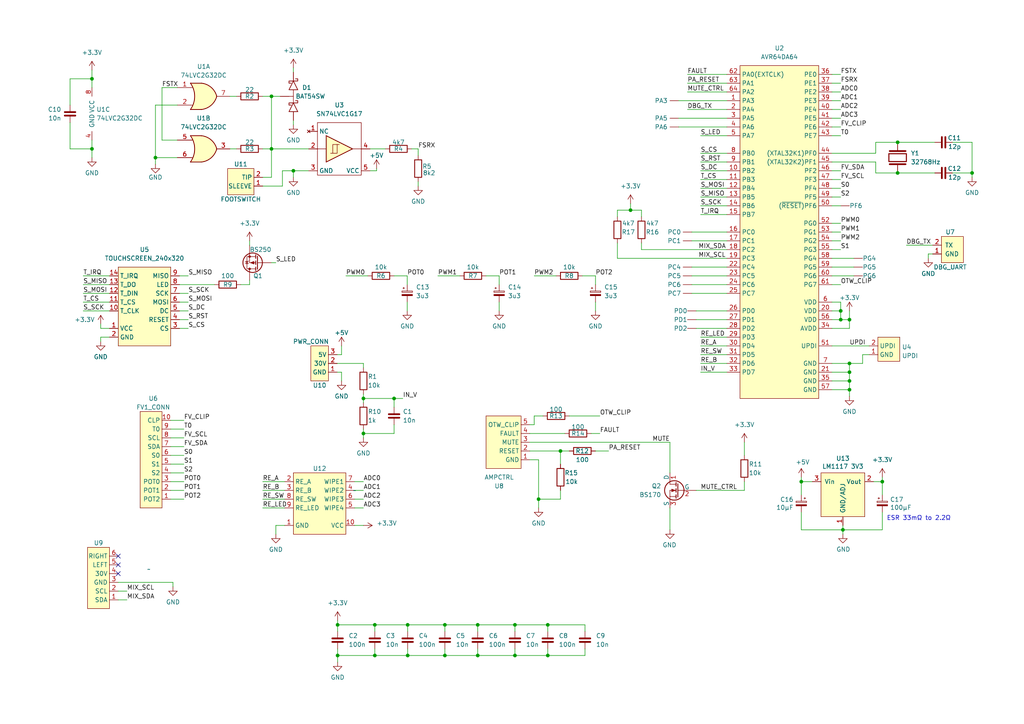
<source format=kicad_sch>
(kicad_sch (version 20230121) (generator eeschema)
  (paper "A4")
  (lib_symbols
    (symbol "myAmp:74LVC2G32DC" (pin_names (offset 1.016))
      (property "Reference" "U" (at 0 15.24 0))
      (property "Value" "74LVC2G32DC" (at 0 12.7 0))
      (symbol "74LVC2G32DC_1_1"
        (pin input line (at -7.62 2.54 0) (length 4.318) (name "~") (number "1"))
        (pin input line (at -7.62 -2.54 0) (length 4.318) (name "~") (number "2"))
        (pin output line (at 7.62 0 180) (length 3.81) (name "~") (number "7"))
      )
      (symbol "74LVC2G32DC_2_1"
        (pin output line (at 7.62 0 180) (length 3.81) (name "~") (number "3"))
        (pin input line (at -7.62 2.54 0) (length 4.318) (name "~") (number "5"))
        (pin input line (at -7.62 -2.54 0) (length 4.318) (name "~") (number "6"))
      )
      (symbol "74LVC2G32DC_3_0"
        (pin power_in line (at 0 -7.62 90) (length 2.54) (name "GND") (number "4"))
        (pin power_in line (at 0 7.62 270) (length 2.54) (name "VCC") (number "8"))
      )
    )
    (symbol "myAmp:AMPCTRL"
      (property "Reference" "U" (at 0 -11.43 0))
      (property "Value" "AMPCTRL" (at 0 6.35 0))
      (symbol "AMPCTRL_1_1"
        (pin input line (at 7.62 2.54 180) (length 2.54) (name "GND") (number "1"))
        (pin input line (at 7.62 0 180) (length 2.54) (name "RESET") (number "2"))
        (pin input line (at 7.62 -2.54 180) (length 2.54) (name "MUTE") (number "3"))
        (pin output line (at 7.62 -5.08 180) (length 2.54) (name "FAULT") (number "4"))
        (pin output line (at 7.62 -7.62 180) (length 2.54) (name "OTW_CLIP") (number "5"))
      )
    )
    (symbol "myAmp:AVR64DA64"
      (property "Reference" "U" (at 0 -49.53 0))
      (property "Value" "AVR64DA64" (at 0 49.53 0))
      (symbol "AVR64DA64_1_1"
        (pin bidirectional line (at -15.24 38.1 0) (length 3.81) (name "PA3") (number "1"))
        (pin bidirectional line (at -15.24 17.78 0) (length 3.81) (name "PB2") (number "10"))
        (pin bidirectional line (at -15.24 15.24 0) (length 3.81) (name "PB3") (number "11"))
        (pin bidirectional line (at -15.24 12.7 0) (length 3.81) (name "PB4") (number "12"))
        (pin bidirectional line (at -15.24 10.16 0) (length 3.81) (name "PB5") (number "13"))
        (pin bidirectional line (at -15.24 7.62 0) (length 3.81) (name "PB6") (number "14"))
        (pin bidirectional line (at -15.24 5.08 0) (length 3.81) (name "PB7") (number "15"))
        (pin bidirectional line (at -15.24 0 0) (length 3.81) (name "PC0") (number "16"))
        (pin bidirectional line (at -15.24 -2.54 0) (length 3.81) (name "PC1") (number "17"))
        (pin bidirectional line (at -15.24 -5.08 0) (length 3.81) (name "PC2") (number "18"))
        (pin bidirectional line (at -15.24 -7.62 0) (length 3.81) (name "PC3") (number "19"))
        (pin bidirectional line (at -15.24 35.56 0) (length 3.81) (name "PA4") (number "2"))
        (pin power_in line (at 15.24 -22.86 180) (length 3.81) (name "VDD") (number "20"))
        (pin power_in line (at 15.24 -40.64 180) (length 3.81) (name "GND") (number "21"))
        (pin bidirectional line (at -15.24 -10.16 0) (length 3.81) (name "PC4") (number "22"))
        (pin bidirectional line (at -15.24 -12.7 0) (length 3.81) (name "PC5") (number "23"))
        (pin bidirectional line (at -15.24 -15.24 0) (length 3.81) (name "PC6") (number "24"))
        (pin bidirectional line (at -15.24 -17.78 0) (length 3.81) (name "PC7") (number "25"))
        (pin bidirectional line (at -15.24 -22.86 0) (length 3.81) (name "PD0") (number "26"))
        (pin bidirectional line (at -15.24 -25.4 0) (length 3.81) (name "PD1") (number "27"))
        (pin bidirectional line (at -15.24 -27.94 0) (length 3.81) (name "PD2") (number "28"))
        (pin bidirectional line (at -15.24 -30.48 0) (length 3.81) (name "PD3") (number "29"))
        (pin bidirectional line (at -15.24 33.02 0) (length 3.81) (name "PA5") (number "3"))
        (pin bidirectional line (at -15.24 -33.02 0) (length 3.81) (name "PD4") (number "30"))
        (pin bidirectional line (at -15.24 -35.56 0) (length 3.81) (name "PD5") (number "31"))
        (pin bidirectional line (at -15.24 -38.1 0) (length 3.81) (name "PD6") (number "32"))
        (pin bidirectional line (at -15.24 -40.64 0) (length 3.81) (name "PD7") (number "33"))
        (pin power_in line (at 15.24 -27.94 180) (length 3.81) (name "AVDD") (number "34"))
        (pin power_in line (at 15.24 -43.18 180) (length 3.81) (name "GND") (number "35"))
        (pin bidirectional line (at 15.24 45.72 180) (length 3.81) (name "PE0") (number "36"))
        (pin bidirectional line (at 15.24 43.18 180) (length 3.81) (name "PE1") (number "37"))
        (pin bidirectional line (at 15.24 40.64 180) (length 3.81) (name "PE2") (number "38"))
        (pin bidirectional line (at 15.24 38.1 180) (length 3.81) (name "PE3") (number "39"))
        (pin bidirectional line (at -15.24 30.48 0) (length 3.81) (name "PA6") (number "4"))
        (pin bidirectional line (at 15.24 35.56 180) (length 3.81) (name "PE4") (number "40"))
        (pin bidirectional line (at 15.24 33.02 180) (length 3.81) (name "PE5") (number "41"))
        (pin bidirectional line (at 15.24 30.48 180) (length 3.81) (name "PE6") (number "42"))
        (pin bidirectional line (at 15.24 27.94 180) (length 3.81) (name "PE7") (number "43"))
        (pin bidirectional line (at 15.24 22.86 180) (length 3.81) (name "(XTAL32K1)PF0") (number "44"))
        (pin bidirectional line (at 15.24 20.32 180) (length 3.81) (name "(XTAL32K2)PF1") (number "45"))
        (pin bidirectional line (at 15.24 17.78 180) (length 3.81) (name "PF2") (number "46"))
        (pin bidirectional line (at 15.24 15.24 180) (length 3.81) (name "PF3") (number "47"))
        (pin bidirectional line (at 15.24 12.7 180) (length 3.81) (name "PF4") (number "48"))
        (pin bidirectional line (at 15.24 10.16 180) (length 3.81) (name "PF5") (number "49"))
        (pin bidirectional line (at -15.24 27.94 0) (length 3.81) (name "PA7") (number "5"))
        (pin bidirectional line (at 15.24 7.62 180) (length 3.81) (name "(~{RESET})PF6") (number "50"))
        (pin bidirectional line (at 15.24 -33.02 180) (length 3.81) (name "UPDI") (number "51"))
        (pin bidirectional line (at 15.24 2.54 180) (length 3.81) (name "PG0") (number "52"))
        (pin bidirectional line (at 15.24 0 180) (length 3.81) (name "PG1") (number "53"))
        (pin bidirectional line (at 15.24 -2.54 180) (length 3.81) (name "PG2") (number "54"))
        (pin bidirectional line (at 15.24 -5.08 180) (length 3.81) (name "PG3") (number "55"))
        (pin power_in line (at 15.24 -25.4 180) (length 3.81) (name "VDD") (number "56"))
        (pin power_in line (at 15.24 -45.72 180) (length 3.81) (name "GND") (number "57"))
        (pin bidirectional line (at 15.24 -7.62 180) (length 3.81) (name "PG4") (number "58"))
        (pin bidirectional line (at 15.24 -10.16 180) (length 3.81) (name "PG5") (number "59"))
        (pin power_in line (at 15.24 -20.32 180) (length 3.81) (name "VDD") (number "6"))
        (pin bidirectional line (at 15.24 -12.7 180) (length 3.81) (name "PG6") (number "60"))
        (pin bidirectional line (at 15.24 -15.24 180) (length 3.81) (name "PG7") (number "61"))
        (pin bidirectional line (at -15.24 45.72 0) (length 3.81) (name "PA0(EXTCLK)") (number "62"))
        (pin bidirectional line (at -15.24 43.18 0) (length 3.81) (name "PA1") (number "63"))
        (pin bidirectional line (at -15.24 40.64 0) (length 3.81) (name "PA2") (number "64"))
        (pin power_in line (at 15.24 -38.1 180) (length 3.81) (name "GND") (number "7"))
        (pin bidirectional line (at -15.24 22.86 0) (length 3.81) (name "PB0") (number "8"))
        (pin bidirectional line (at -15.24 20.32 0) (length 3.81) (name "PB1") (number "9"))
      )
    )
    (symbol "myAmp:BAT54SW" (pin_numbers hide) (pin_names hide)
      (property "Reference" "D" (at 0 11.43 0))
      (property "Value" "BAT54SW" (at 0 8.89 0))
      (symbol "BAT54SW_1_1"
        (pin passive line (at 0 -6.985 90) (length 2.54) (name "~") (number "1"))
        (pin passive line (at 0 6.985 270) (length 2.54) (name "~") (number "2"))
        (pin passive line (at -3.81 0 0) (length 2.54) (name "~") (number "3"))
      )
    )
    (symbol "myAmp:BS250" (pin_numbers hide) (pin_names (offset 0) hide)
      (property "Reference" "Q" (at 5.08 1.905 0))
      (property "Value" "BS250" (at 5.08 0 0))
      (property "Footprint" "myAmp:TO-92_Inline_Wide" (at 3.81 -7.62 0))
      (symbol "BS250_1_1"
        (pin passive line (at 2.54 5.08 270) (length 2.54) (name "D") (number "1"))
        (pin input line (at -3.81 0 0) (length 2.54) (name "G") (number "2"))
        (pin passive line (at 2.54 -5.08 90) (length 2.54) (name "S") (number "3"))
      )
    )
    (symbol "myAmp:C" (pin_numbers hide) (pin_names (offset 0.254))
      (property "Reference" "C" (at 0.635 2.54 0))
      (property "Value" "C" (at 0.635 -2.54 0))
      (symbol "C_1_1"
        (pin passive line (at 0 2.54 270) (length 1.778) (name "~") (number "1"))
        (pin passive line (at 0 -2.54 90) (length 1.778) (name "~") (number "2"))
      )
    )
    (symbol "myAmp:CPOL" (pin_numbers hide) (pin_names (offset 0.254) hide)
      (property "Reference" "C" (at 0.254 1.778 0))
      (property "Value" "CPOL" (at 0.254 -2.032 0))
      (symbol "CPOL_1_1"
        (pin passive line (at 0 2.54 270) (length 1.8542) (name "~") (number "1"))
        (pin passive line (at 0 -2.54 90) (length 1.8542) (name "~") (number "2"))
      )
    )
    (symbol "myAmp:DBG_UART" (pin_names (offset 1.016))
      (property "Reference" "U" (at 0 -5.08 0))
      (property "Value" "DBG_UART" (at 0 5.08 0))
      (symbol "DBG_UART_1_1"
        (pin passive line (at -5.08 1.27 0) (length 2.54) (name "GND") (number "1"))
        (pin output line (at -5.08 -1.27 0) (length 2.54) (name "TX") (number "2"))
      )
    )
    (symbol "myAmp:EXT_JACK"
      (property "Reference" "U" (at 0 5.08 0))
      (symbol "EXT_JACK_1_1"
        (pin input line (at 5.08 -1.27 180) (length 2.54) (name "SLEEVE") (number "1"))
        (pin input line (at 5.08 1.27 180) (length 2.54) (name "TIP") (number "2"))
      )
    )
    (symbol "myAmp:FV1_CONN"
      (property "Reference" "U" (at 0 15.24 0))
      (property "Value" "FV1_CONN" (at 0 17.78 0))
      (symbol "FV1_CONN_1_1"
        (pin input line (at -5.08 -11.43 0) (length 2.54) (name "POT2") (number "1"))
        (pin input line (at -5.08 11.43 0) (length 2.54) (name "CLP") (number "10"))
        (pin input line (at -5.08 -8.89 0) (length 2.54) (name "POT1") (number "2"))
        (pin input line (at -5.08 -6.35 0) (length 2.54) (name "POT0") (number "3"))
        (pin input line (at -5.08 -3.81 0) (length 2.54) (name "S2") (number "4"))
        (pin input line (at -5.08 -1.27 0) (length 2.54) (name "S1") (number "5"))
        (pin input line (at -5.08 1.27 0) (length 2.54) (name "S0") (number "6"))
        (pin input line (at -5.08 3.81 0) (length 2.54) (name "SDA") (number "7"))
        (pin input line (at -5.08 6.35 0) (length 2.54) (name "SCL") (number "8"))
        (pin input line (at -5.08 8.89 0) (length 2.54) (name "T0") (number "9"))
      )
    )
    (symbol "myAmp:KNOBS"
      (property "Reference" "U" (at 0 11.43 0))
      (symbol "KNOBS_1_1"
        (pin input line (at -10.16 -5.08 0) (length 2.54) (name "GND") (number "1"))
        (pin input line (at 10.16 -5.08 180) (length 2.54) (name "VCC") (number "10"))
        (pin input line (at -10.16 7.62 0) (length 2.54) (name "RE_A") (number "2"))
        (pin input line (at -10.16 5.08 0) (length 2.54) (name "RE_B") (number "3"))
        (pin input line (at 10.16 5.08 180) (length 2.54) (name "WIPE2") (number "4"))
        (pin input line (at 10.16 0 180) (length 2.54) (name "WIPE4") (number "5"))
        (pin input line (at 10.16 2.54 180) (length 2.54) (name "WIPE3") (number "6"))
        (pin input line (at 10.16 7.62 180) (length 2.54) (name "WIPE1") (number "7"))
        (pin input line (at -10.16 2.54 0) (length 2.54) (name "RE_SW") (number "8"))
        (pin input line (at -10.16 0 0) (length 2.54) (name "RE_LED") (number "9"))
      )
    )
    (symbol "myAmp:LM1117" (pin_names (offset 1.016))
      (property "Reference" "U" (at 5.08 -7.62 0))
      (property "Value" "LM1117" (at 0 7.62 0))
      (symbol "LM1117_1_1"
        (pin input line (at 0 -8.89 90) (length 2.54) (name "GND/ADJ") (number "1"))
        (pin output line (at 8.89 3.81 180) (length 2.54) (name "Vout") (number "2"))
        (pin input line (at -8.89 3.81 0) (length 2.54) (name "Vin") (number "3"))
      )
    )
    (symbol "myAmp:NMOS" (pin_names (offset 0))
      (property "Reference" "Q" (at 7.62 1.27 0))
      (property "Value" "NMOS" (at 10.16 -1.27 0))
      (symbol "NMOS_1_1"
        (pin passive line (at 2.54 5.08 270) (length 2.54) (name "D") (number "1"))
        (pin input line (at -5.08 0 0) (length 5.334) (name "G") (number "2"))
        (pin passive line (at 2.54 -5.08 90) (length 2.54) (name "S") (number "3"))
      )
    )
    (symbol "myAmp:PREAMP_CONN"
      (property "Reference" "U" (at 0 10.16 0))
      (symbol "PREAMP_CONN_1_1"
        (pin input line (at 5.08 -6.35 180) (length 2.54) (name "SDA") (number "1"))
        (pin input line (at 5.08 -3.81 180) (length 2.54) (name "SCL") (number "2"))
        (pin input line (at 5.08 -1.27 180) (length 2.54) (name "GND") (number "3"))
        (pin input line (at 5.08 1.27 180) (length 2.54) (name "30V") (number "4"))
        (pin input line (at 5.08 3.81 180) (length 2.54) (name "LEFT") (number "5"))
        (pin input line (at 5.08 6.35 180) (length 2.54) (name "RIGHT") (number "6"))
      )
    )
    (symbol "myAmp:PWR_CONN"
      (property "Reference" "U" (at -1.27 6.35 0))
      (property "Value" "PWR_CONN" (at -1.27 -6.35 0))
      (symbol "PWR_CONN_1_1"
        (pin passive line (at 3.81 2.54 180) (length 2.54) (name "GND") (number "1"))
        (pin passive line (at 3.81 0 180) (length 2.54) (name "30V") (number "2"))
        (pin passive line (at 3.81 -2.54 180) (length 2.54) (name "5V") (number "3"))
      )
    )
    (symbol "myAmp:QUARTZ" (pin_numbers hide) (pin_names (offset 1.016) hide)
      (property "Reference" "Y" (at 0 3.81 0))
      (property "Value" "QUARTZ" (at 0 -3.81 0))
      (symbol "QUARTZ_1_1"
        (pin passive line (at -3.81 0 0) (length 1.905) (name "1") (number "1"))
        (pin passive line (at 3.81 0 180) (length 1.905) (name "2") (number "2"))
      )
    )
    (symbol "myAmp:R" (pin_numbers hide) (pin_names (offset 0))
      (property "Reference" "R" (at 2.032 0 90))
      (property "Value" "R" (at 0 0 90))
      (symbol "R_1_1"
        (pin passive line (at 0 3.81 270) (length 1.27) (name "~") (number "1"))
        (pin passive line (at 0 -3.81 90) (length 1.27) (name "~") (number "2"))
      )
    )
    (symbol "myAmp:SN74LVC1G17"
      (property "Reference" "U" (at 0 11.43 0))
      (property "Value" "SN74LVC1G17" (at 0 8.89 0))
      (symbol "SN74LVC1G17_1_0"
        (pin no_connect line (at -8.89 5.08 0) (length 2.54) (name "NC") (number "1"))
        (pin input line (at -8.89 0 0) (length 2.54) (name "~") (number "2"))
        (pin input line (at -8.89 -6.35 0) (length 2.54) (name "GND") (number "3"))
        (pin output line (at 8.89 0 180) (length 2.54) (name "~") (number "4"))
        (pin input line (at 8.89 -6.35 180) (length 2.54) (name "VCC") (number "5"))
      )
    )
    (symbol "myAmp:TEST" (pin_numbers hide) (pin_names (offset 1.016))
      (property "Value" "TEST" (at 2.54 0 0))
      (symbol "TEST_1_1"
        (pin input line (at -2.54 0 0) (length 2.54) (name "~") (number "1"))
      )
    )
    (symbol "myAmp:TOUCHSCREEN_240x320"
      (property "Reference" "U" (at 0 8.89 0))
      (property "Value" "TOUCHSCREEN_240x320" (at 0 11.43 0))
      (symbol "TOUCHSCREEN_240x320_1_1"
        (pin input line (at -10.16 -10.16 0) (length 2.54) (name "VCC") (number "1"))
        (pin input line (at -10.16 -5.08 0) (length 2.54) (name "T_CLK") (number "10"))
        (pin input line (at -10.16 -2.54 0) (length 2.54) (name "T_CS") (number "11"))
        (pin input line (at -10.16 0 0) (length 2.54) (name "T_DIN") (number "12"))
        (pin output line (at -10.16 2.54 0) (length 2.54) (name "T_DO") (number "13"))
        (pin output line (at -10.16 5.08 0) (length 2.54) (name "T_IRQ") (number "14"))
        (pin input line (at -10.16 -12.7 0) (length 2.54) (name "GND") (number "2"))
        (pin input line (at 10.16 -10.16 180) (length 2.54) (name "CS") (number "3"))
        (pin input line (at 10.16 -7.62 180) (length 2.54) (name "RESET") (number "4"))
        (pin input line (at 10.16 -5.08 180) (length 2.54) (name "DC") (number "5"))
        (pin input line (at 10.16 -2.54 180) (length 2.54) (name "MOSI") (number "6"))
        (pin input line (at 10.16 0 180) (length 2.54) (name "SCK") (number "7"))
        (pin input line (at 10.16 2.54 180) (length 2.54) (name "LED") (number "8"))
        (pin output line (at 10.16 5.08 180) (length 2.54) (name "MISO") (number "9"))
      )
    )
    (symbol "myAmp:UPDI"
      (property "Reference" "U" (at 0.635 -5.08 0))
      (property "Value" "UPDI" (at 0.635 5.08 0))
      (symbol "UPDI_1_1"
        (pin input line (at -5.08 -1.27 0) (length 2.54) (name "GND") (number "1"))
        (pin input line (at -5.08 1.27 0) (length 2.54) (name "UPDI") (number "2"))
      )
    )
    (symbol "power:+3.3V" (power) (pin_names (offset 0))
      (property "Value" "+3.3V" (at 0 3.556 0))
      (symbol "+3.3V_1_1"
        (pin power_in line (at 0 0 90) (length 0) hide (name "+3.3V") (number "1"))
      )
    )
    (symbol "power:+5V" (power) (pin_names (offset 0))
      (property "Value" "+5V" (at 0 3.556 0))
      (symbol "+5V_1_1"
        (pin power_in line (at 0 0 90) (length 0) hide (name "+5V") (number "1"))
      )
    )
    (symbol "power:GND" (power) (pin_names (offset 0))
      (property "Value" "GND" (at 0 -3.81 0))
      (symbol "GND_1_1"
        (pin power_in line (at 0 0 270) (length 0) hide (name "GND") (number "1"))
      )
    )
  )
  (junction (at 97.917 181.229))
  (junction (at 260.35 50.165))
  (junction (at 255.905 139.7))
  (junction (at 118.237 181.229))
  (junction (at 158.877 181.229))
  (junction (at 246.38 92.71))
  (junction (at 158.877 190.119))
  (junction (at 105.41 125.73))
  (junction (at 78.74 43.18))
  (junction (at 108.712 181.229))
  (junction (at 129.032 181.229))
  (junction (at 182.88 60.96))
  (junction (at 246.38 110.49))
  (junction (at 246.38 113.03))
  (junction (at 244.475 153.67))
  (junction (at 138.557 181.229))
  (junction (at 138.557 190.119))
  (junction (at 246.38 107.95))
  (junction (at 114.3 115.57))
  (junction (at 232.41 139.7))
  (junction (at 85.09 49.53))
  (junction (at 45.085 45.72))
  (junction (at 129.032 190.119))
  (junction (at 246.38 105.41))
  (junction (at 156.21 144.78))
  (junction (at 243.84 92.71))
  (junction (at 243.84 90.17))
  (junction (at 162.56 130.81))
  (junction (at 26.67 43.18))
  (junction (at 118.237 190.119))
  (junction (at 97.917 190.119))
  (junction (at 260.35 41.275))
  (junction (at 78.74 27.94))
  (junction (at 26.67 22.86))
  (junction (at 108.712 190.119))
  (junction (at 149.352 190.119))
  (junction (at 281.94 50.165))
  (junction (at 105.41 115.57))
  (junction (at 149.352 181.229))
  (no_connect (at 34.29 161.29))
  (no_connect (at 34.29 166.37))
  (no_connect (at 34.29 163.83))
  (wire (pts (xy 179.07 74.93) (xy 179.07 70.485)))
  (wire (pts (xy 200.66 85.09) (xy 210.82 85.09)))
  (wire (pts (xy 81.915 53.975) (xy 81.915 49.53)))
  (wire (pts (xy 100.33 80.01) (xy 106.68 80.01)))
  (wire (pts (xy 199.39 21.59) (xy 210.82 21.59)))
  (wire (pts (xy 24.13 85.09) (xy 31.75 85.09)))
  (wire (pts (xy 203.2 46.99) (xy 210.82 46.99)))
  (wire (pts (xy 97.917 190.119) (xy 97.917 192.024)))
  (wire (pts (xy 156.21 144.78) (xy 156.21 147.32)))
  (wire (pts (xy 153.67 125.73) (xy 163.83 125.73)))
  (wire (pts (xy 194.31 128.27) (xy 194.31 137.16)))
  (wire (pts (xy 200.66 69.85) (xy 210.82 69.85)))
  (wire (pts (xy 241.3 34.29) (xy 243.84 34.29)))
  (wire (pts (xy 203.2 54.61) (xy 210.82 54.61)))
  (wire (pts (xy 76.2 139.7) (xy 82.55 139.7)))
  (wire (pts (xy 199.39 31.75) (xy 210.82 31.75)))
  (wire (pts (xy 26.67 22.86) (xy 26.67 25.4)))
  (wire (pts (xy 269.24 73.66) (xy 269.24 74.93)))
  (wire (pts (xy 203.2 44.45) (xy 210.82 44.45)))
  (wire (pts (xy 97.917 181.229) (xy 97.917 183.134)))
  (wire (pts (xy 241.3 54.61) (xy 243.84 54.61)))
  (wire (pts (xy 156.21 133.35) (xy 156.21 144.78)))
  (wire (pts (xy 203.2 62.23) (xy 210.82 62.23)))
  (wire (pts (xy 49.53 124.46) (xy 53.34 124.46)))
  (wire (pts (xy 241.3 72.39) (xy 243.84 72.39)))
  (wire (pts (xy 203.2 39.37) (xy 210.82 39.37)))
  (wire (pts (xy 276.225 41.275) (xy 281.94 41.275)))
  (wire (pts (xy 46.99 25.4) (xy 46.99 40.64)))
  (wire (pts (xy 232.41 153.67) (xy 244.475 153.67)))
  (wire (pts (xy 203.2 59.69) (xy 210.82 59.69)))
  (wire (pts (xy 105.41 115.57) (xy 105.41 116.84)))
  (wire (pts (xy 52.07 90.17) (xy 54.61 90.17)))
  (wire (pts (xy 34.29 171.45) (xy 36.83 171.45)))
  (wire (pts (xy 281.94 50.165) (xy 281.94 51.435)))
  (wire (pts (xy 215.9 139.7) (xy 215.9 142.24)))
  (wire (pts (xy 24.13 87.63) (xy 31.75 87.63)))
  (wire (pts (xy 52.07 95.25) (xy 54.61 95.25)))
  (wire (pts (xy 243.84 92.71) (xy 246.38 92.71)))
  (wire (pts (xy 105.41 125.73) (xy 105.41 127)))
  (wire (pts (xy 26.67 20.32) (xy 26.67 22.86)))
  (wire (pts (xy 31.75 95.25) (xy 29.21 95.25)))
  (wire (pts (xy 241.3 77.47) (xy 247.65 77.47)))
  (wire (pts (xy 179.07 74.93) (xy 210.82 74.93)))
  (wire (pts (xy 199.39 24.13) (xy 210.82 24.13)))
  (wire (pts (xy 168.91 80.01) (xy 172.72 80.01)))
  (wire (pts (xy 255.905 153.67) (xy 244.475 153.67)))
  (wire (pts (xy 108.712 181.229) (xy 108.712 183.134)))
  (wire (pts (xy 154.94 123.19) (xy 154.94 120.65)))
  (wire (pts (xy 80.01 152.4) (xy 80.01 154.94)))
  (wire (pts (xy 72.39 69.85) (xy 72.39 71.12)))
  (wire (pts (xy 97.79 105.41) (xy 105.41 105.41)))
  (wire (pts (xy 260.35 41.275) (xy 260.35 41.91)))
  (wire (pts (xy 186.055 60.96) (xy 186.055 62.865)))
  (wire (pts (xy 203.2 100.33) (xy 210.82 100.33)))
  (wire (pts (xy 99.06 100.33) (xy 99.06 102.87)))
  (wire (pts (xy 105.41 124.46) (xy 105.41 125.73)))
  (wire (pts (xy 52.07 82.55) (xy 62.23 82.55)))
  (wire (pts (xy 200.66 80.01) (xy 210.82 80.01)))
  (wire (pts (xy 52.07 85.09) (xy 54.61 85.09)))
  (wire (pts (xy 241.3 74.93) (xy 247.65 74.93)))
  (wire (pts (xy 69.85 82.55) (xy 72.39 82.55)))
  (wire (pts (xy 24.13 90.17) (xy 31.75 90.17)))
  (wire (pts (xy 85.09 49.53) (xy 89.535 49.53)))
  (wire (pts (xy 179.07 62.865) (xy 179.07 60.96)))
  (wire (pts (xy 49.53 134.62) (xy 53.34 134.62)))
  (wire (pts (xy 76.2 53.975) (xy 81.915 53.975)))
  (wire (pts (xy 108.712 188.214) (xy 108.712 190.119)))
  (wire (pts (xy 241.3 59.69) (xy 243.84 59.69)))
  (wire (pts (xy 138.557 181.229) (xy 149.352 181.229)))
  (wire (pts (xy 97.917 179.959) (xy 97.917 181.229)))
  (wire (pts (xy 154.94 80.01) (xy 161.29 80.01)))
  (wire (pts (xy 235.585 139.7) (xy 232.41 139.7)))
  (wire (pts (xy 244.475 152.4) (xy 244.475 153.67)))
  (wire (pts (xy 29.21 95.25) (xy 29.21 93.98)))
  (wire (pts (xy 99.06 107.95) (xy 99.06 110.49)))
  (wire (pts (xy 158.877 188.214) (xy 158.877 190.119)))
  (wire (pts (xy 49.53 132.08) (xy 53.34 132.08)))
  (wire (pts (xy 49.53 137.16) (xy 53.34 137.16)))
  (wire (pts (xy 203.2 52.07) (xy 210.82 52.07)))
  (wire (pts (xy 78.74 43.18) (xy 89.535 43.18)))
  (wire (pts (xy 26.67 40.64) (xy 26.67 43.18)))
  (wire (pts (xy 49.53 121.92) (xy 53.34 121.92)))
  (wire (pts (xy 76.2 144.78) (xy 82.55 144.78)))
  (wire (pts (xy 241.3 90.17) (xy 243.84 90.17)))
  (wire (pts (xy 50.165 168.91) (xy 50.165 170.18)))
  (wire (pts (xy 182.88 60.96) (xy 186.055 60.96)))
  (wire (pts (xy 72.39 82.55) (xy 72.39 81.28)))
  (wire (pts (xy 153.67 130.81) (xy 162.56 130.81)))
  (wire (pts (xy 107.315 43.18) (xy 111.76 43.18)))
  (wire (pts (xy 255.905 138.43) (xy 255.905 139.7)))
  (wire (pts (xy 51.435 45.72) (xy 45.085 45.72)))
  (wire (pts (xy 129.032 181.229) (xy 129.032 183.134)))
  (wire (pts (xy 254 41.275) (xy 260.35 41.275)))
  (wire (pts (xy 203.2 107.95) (xy 210.82 107.95)))
  (wire (pts (xy 246.38 113.03) (xy 246.38 114.935)))
  (wire (pts (xy 270.51 73.66) (xy 269.24 73.66)))
  (wire (pts (xy 138.557 188.214) (xy 138.557 190.119)))
  (wire (pts (xy 172.72 130.81) (xy 176.53 130.81)))
  (wire (pts (xy 78.74 27.94) (xy 78.74 43.18)))
  (wire (pts (xy 26.67 43.18) (xy 26.67 45.72)))
  (wire (pts (xy 78.74 27.94) (xy 81.28 27.94)))
  (wire (pts (xy 99.06 102.87) (xy 97.79 102.87)))
  (wire (pts (xy 45.085 45.72) (xy 45.085 47.625)))
  (wire (pts (xy 76.2 142.24) (xy 82.55 142.24)))
  (wire (pts (xy 114.3 125.73) (xy 105.41 125.73)))
  (wire (pts (xy 241.3 44.45) (xy 254 44.45)))
  (wire (pts (xy 154.94 120.65) (xy 157.48 120.65)))
  (wire (pts (xy 78.74 76.2) (xy 80.01 76.2)))
  (wire (pts (xy 118.11 87.63) (xy 118.11 90.17)))
  (wire (pts (xy 76.2 43.18) (xy 78.74 43.18)))
  (wire (pts (xy 149.352 181.229) (xy 149.352 183.134)))
  (wire (pts (xy 241.3 69.85) (xy 243.84 69.85)))
  (wire (pts (xy 138.557 181.229) (xy 138.557 183.134)))
  (wire (pts (xy 158.877 181.229) (xy 158.877 183.134)))
  (wire (pts (xy 108.712 181.229) (xy 118.237 181.229)))
  (wire (pts (xy 49.53 129.54) (xy 53.34 129.54)))
  (wire (pts (xy 102.87 144.78) (xy 105.41 144.78)))
  (wire (pts (xy 140.97 80.01) (xy 144.78 80.01)))
  (wire (pts (xy 243.84 87.63) (xy 243.84 90.17)))
  (wire (pts (xy 105.41 105.41) (xy 105.41 106.68)))
  (wire (pts (xy 246.38 105.41) (xy 246.38 107.95)))
  (wire (pts (xy 85.09 19.685) (xy 85.09 20.955)))
  (wire (pts (xy 241.3 110.49) (xy 246.38 110.49)))
  (wire (pts (xy 260.35 50.165) (xy 260.35 49.53)))
  (wire (pts (xy 172.72 87.63) (xy 172.72 90.17)))
  (wire (pts (xy 109.22 49.53) (xy 109.22 48.895)))
  (wire (pts (xy 241.3 87.63) (xy 243.84 87.63)))
  (wire (pts (xy 260.35 50.165) (xy 271.145 50.165)))
  (wire (pts (xy 281.94 50.165) (xy 276.225 50.165)))
  (wire (pts (xy 254 46.99) (xy 254 50.165)))
  (wire (pts (xy 179.07 60.96) (xy 182.88 60.96)))
  (wire (pts (xy 241.3 105.41) (xy 246.38 105.41)))
  (wire (pts (xy 241.3 67.31) (xy 243.84 67.31)))
  (wire (pts (xy 85.09 49.53) (xy 85.09 51.435)))
  (wire (pts (xy 169.672 181.229) (xy 169.672 183.134)))
  (wire (pts (xy 201.93 92.71) (xy 210.82 92.71)))
  (wire (pts (xy 200.66 82.55) (xy 210.82 82.55)))
  (wire (pts (xy 97.917 188.214) (xy 97.917 190.119)))
  (wire (pts (xy 138.557 190.119) (xy 149.352 190.119)))
  (wire (pts (xy 215.9 142.24) (xy 201.93 142.24)))
  (wire (pts (xy 203.2 105.41) (xy 210.82 105.41)))
  (wire (pts (xy 250.19 105.41) (xy 246.38 105.41)))
  (wire (pts (xy 49.53 139.7) (xy 53.34 139.7)))
  (wire (pts (xy 196.85 29.21) (xy 210.82 29.21)))
  (wire (pts (xy 241.3 21.59) (xy 243.84 21.59)))
  (wire (pts (xy 114.3 115.57) (xy 116.84 115.57)))
  (wire (pts (xy 45.085 45.72) (xy 45.085 30.48)))
  (wire (pts (xy 241.3 57.15) (xy 243.84 57.15)))
  (wire (pts (xy 24.13 82.55) (xy 31.75 82.55)))
  (wire (pts (xy 241.3 46.99) (xy 254 46.99)))
  (wire (pts (xy 254 50.165) (xy 260.35 50.165)))
  (wire (pts (xy 244.475 153.67) (xy 244.475 154.94)))
  (wire (pts (xy 158.877 181.229) (xy 169.672 181.229)))
  (wire (pts (xy 46.99 40.64) (xy 51.435 40.64)))
  (wire (pts (xy 241.3 36.83) (xy 243.84 36.83)))
  (wire (pts (xy 118.237 188.214) (xy 118.237 190.119)))
  (wire (pts (xy 232.41 148.59) (xy 232.41 153.67)))
  (wire (pts (xy 241.3 80.01) (xy 247.65 80.01)))
  (wire (pts (xy 254 44.45) (xy 254 41.275)))
  (wire (pts (xy 165.1 120.65) (xy 173.99 120.65)))
  (wire (pts (xy 241.3 52.07) (xy 243.84 52.07)))
  (wire (pts (xy 201.93 95.25) (xy 210.82 95.25)))
  (wire (pts (xy 246.38 95.25) (xy 246.38 92.71)))
  (wire (pts (xy 97.917 190.119) (xy 108.712 190.119)))
  (wire (pts (xy 241.3 29.21) (xy 243.84 29.21)))
  (wire (pts (xy 66.675 43.18) (xy 68.58 43.18)))
  (wire (pts (xy 114.3 115.57) (xy 114.3 118.11)))
  (wire (pts (xy 200.66 67.31) (xy 210.82 67.31)))
  (wire (pts (xy 144.78 80.01) (xy 144.78 82.55)))
  (wire (pts (xy 162.56 144.78) (xy 156.21 144.78)))
  (wire (pts (xy 76.2 147.32) (xy 82.55 147.32)))
  (wire (pts (xy 34.29 173.99) (xy 36.83 173.99)))
  (wire (pts (xy 241.3 64.77) (xy 243.84 64.77)))
  (wire (pts (xy 241.3 113.03) (xy 246.38 113.03)))
  (wire (pts (xy 162.56 130.81) (xy 162.56 134.62)))
  (wire (pts (xy 241.3 95.25) (xy 246.38 95.25)))
  (wire (pts (xy 199.39 26.67) (xy 210.82 26.67)))
  (wire (pts (xy 20.32 30.48) (xy 20.32 22.86)))
  (wire (pts (xy 105.41 114.3) (xy 105.41 115.57)))
  (wire (pts (xy 82.55 152.4) (xy 80.01 152.4)))
  (wire (pts (xy 158.877 190.119) (xy 169.672 190.119)))
  (wire (pts (xy 241.3 26.67) (xy 243.84 26.67)))
  (wire (pts (xy 49.53 142.24) (xy 53.34 142.24)))
  (wire (pts (xy 255.905 139.7) (xy 255.905 143.51)))
  (wire (pts (xy 118.237 181.229) (xy 129.032 181.229)))
  (wire (pts (xy 66.675 27.94) (xy 68.58 27.94)))
  (wire (pts (xy 97.79 107.95) (xy 99.06 107.95)))
  (wire (pts (xy 102.87 139.7) (xy 105.41 139.7)))
  (wire (pts (xy 121.285 52.705) (xy 121.285 53.975)))
  (wire (pts (xy 78.74 51.435) (xy 78.74 43.18)))
  (wire (pts (xy 97.917 181.229) (xy 108.712 181.229)))
  (wire (pts (xy 246.38 107.95) (xy 246.38 110.49)))
  (wire (pts (xy 52.07 80.01) (xy 54.61 80.01)))
  (wire (pts (xy 52.07 87.63) (xy 54.61 87.63)))
  (wire (pts (xy 105.41 152.4) (xy 102.87 152.4)))
  (wire (pts (xy 201.93 90.17) (xy 210.82 90.17)))
  (wire (pts (xy 129.032 190.119) (xy 138.557 190.119)))
  (wire (pts (xy 203.2 97.79) (xy 210.82 97.79)))
  (wire (pts (xy 49.53 127) (xy 53.34 127)))
  (wire (pts (xy 149.352 190.119) (xy 158.877 190.119)))
  (wire (pts (xy 121.285 43.18) (xy 121.285 45.085)))
  (wire (pts (xy 118.11 80.01) (xy 118.11 82.55)))
  (wire (pts (xy 20.32 35.56) (xy 20.32 43.18)))
  (wire (pts (xy 182.88 59.055) (xy 182.88 60.96)))
  (wire (pts (xy 118.237 181.229) (xy 118.237 183.134)))
  (wire (pts (xy 119.38 43.18) (xy 121.285 43.18)))
  (wire (pts (xy 76.2 27.94) (xy 78.74 27.94)))
  (wire (pts (xy 232.41 138.43) (xy 232.41 139.7)))
  (wire (pts (xy 107.315 49.53) (xy 109.22 49.53)))
  (wire (pts (xy 260.35 41.275) (xy 271.145 41.275)))
  (wire (pts (xy 51.435 25.4) (xy 46.99 25.4)))
  (wire (pts (xy 241.3 107.95) (xy 246.38 107.95)))
  (wire (pts (xy 255.905 148.59) (xy 255.905 153.67)))
  (wire (pts (xy 31.75 97.79) (xy 29.21 97.79)))
  (wire (pts (xy 241.3 24.13) (xy 243.84 24.13)))
  (wire (pts (xy 232.41 139.7) (xy 232.41 143.51)))
  (wire (pts (xy 203.2 49.53) (xy 210.82 49.53)))
  (wire (pts (xy 52.07 92.71) (xy 54.61 92.71)))
  (wire (pts (xy 246.38 90.17) (xy 246.38 92.71)))
  (wire (pts (xy 127 80.01) (xy 133.35 80.01)))
  (wire (pts (xy 153.67 128.27) (xy 194.31 128.27)))
  (wire (pts (xy 172.72 80.01) (xy 172.72 82.55)))
  (wire (pts (xy 108.712 190.119) (xy 118.237 190.119)))
  (wire (pts (xy 186.055 72.39) (xy 186.055 70.485)))
  (wire (pts (xy 241.3 31.75) (xy 243.84 31.75)))
  (wire (pts (xy 246.38 110.49) (xy 246.38 113.03)))
  (wire (pts (xy 45.085 30.48) (xy 51.435 30.48)))
  (wire (pts (xy 186.055 72.39) (xy 210.82 72.39)))
  (wire (pts (xy 144.78 87.63) (xy 144.78 90.17)))
  (wire (pts (xy 81.915 49.53) (xy 85.09 49.53)))
  (wire (pts (xy 241.3 39.37) (xy 243.84 39.37)))
  (wire (pts (xy 171.45 125.73) (xy 173.99 125.73)))
  (wire (pts (xy 253.365 139.7) (xy 255.905 139.7)))
  (wire (pts (xy 250.19 102.87) (xy 250.19 105.41)))
  (wire (pts (xy 76.2 51.435) (xy 78.74 51.435)))
  (wire (pts (xy 85.09 34.925) (xy 85.09 36.195)))
  (wire (pts (xy 149.352 181.229) (xy 158.877 181.229)))
  (wire (pts (xy 200.66 77.47) (xy 210.82 77.47)))
  (wire (pts (xy 262.89 71.12) (xy 270.51 71.12)))
  (wire (pts (xy 20.32 22.86) (xy 26.67 22.86)))
  (wire (pts (xy 243.84 90.17) (xy 243.84 92.71)))
  (wire (pts (xy 241.3 82.55) (xy 243.84 82.55)))
  (wire (pts (xy 102.87 147.32) (xy 105.41 147.32)))
  (wire (pts (xy 169.672 188.214) (xy 169.672 190.119)))
  (wire (pts (xy 215.9 128.27) (xy 215.9 132.08)))
  (wire (pts (xy 281.94 41.275) (xy 281.94 50.165)))
  (wire (pts (xy 153.67 123.19) (xy 154.94 123.19)))
  (wire (pts (xy 29.21 97.79) (xy 29.21 99.06)))
  (wire (pts (xy 194.31 147.32) (xy 194.31 153.67)))
  (wire (pts (xy 252.095 102.87) (xy 250.19 102.87)))
  (wire (pts (xy 203.2 57.15) (xy 210.82 57.15)))
  (wire (pts (xy 129.032 181.229) (xy 138.557 181.229)))
  (wire (pts (xy 49.53 144.78) (xy 53.34 144.78)))
  (wire (pts (xy 34.29 168.91) (xy 50.165 168.91)))
  (wire (pts (xy 149.352 188.214) (xy 149.352 190.119)))
  (wire (pts (xy 102.87 142.24) (xy 105.41 142.24)))
  (wire (pts (xy 118.237 190.119) (xy 129.032 190.119)))
  (wire (pts (xy 114.3 80.01) (xy 118.11 80.01)))
  (wire (pts (xy 105.41 115.57) (xy 114.3 115.57)))
  (wire (pts (xy 162.56 142.24) (xy 162.56 144.78)))
  (wire (pts (xy 114.3 123.19) (xy 114.3 125.73)))
  (wire (pts (xy 241.3 92.71) (xy 243.84 92.71)))
  (wire (pts (xy 196.85 34.29) (xy 210.82 34.29)))
  (wire (pts (xy 129.032 188.214) (xy 129.032 190.119)))
  (wire (pts (xy 24.13 80.01) (xy 31.75 80.01)))
  (wire (pts (xy 196.85 36.83) (xy 210.82 36.83)))
  (wire (pts (xy 241.3 100.33) (xy 252.095 100.33)))
  (wire (pts (xy 162.56 130.81) (xy 165.1 130.81)))
  (wire (pts (xy 153.67 133.35) (xy 156.21 133.35)))
  (wire (pts (xy 241.3 49.53) (xy 243.84 49.53)))
  (wire (pts (xy 203.2 102.87) (xy 210.82 102.87)))
  (wire (pts (xy 20.32 43.18) (xy 26.67 43.18)))
  (text "ESR 33mΩ to 2.2Ω" (at 257.175 151.13 0) (effects (font (size 1.27 1.27)) (justify left bottom)))
  (label "T0" (at 243.84 39.37 0))
  (label "FV_SCL" (at 243.84 52.07 0))
  (label "RE_A" (at 76.2 139.7 0))
  (label "FSTX" (at 243.84 21.59 0))
  (label "S_RST" (at 203.2 46.99 0))
  (label "POT0" (at 118.11 80.01 0))
  (label "PWM0" (at 100.33 80.01 0))
  (label "FSRX" (at 243.84 24.13 0))
  (label "S_SCK" (at 24.13 90.17 0))
  (label "T_IRQ" (at 203.2 62.23 0))
  (label "RE_LED" (at 76.2 147.32 0))
  (label "FV_CLIP" (at 243.84 36.83 0))
  (label "S2" (at 53.34 137.16 0))
  (label "RE_LED" (at 203.2 97.79 0))
  (label "PA_RESET" (at 176.53 130.81 0))
  (label "ADC2" (at 105.41 144.78 0))
  (label "POT1" (at 53.34 142.24 0))
  (label "POT2" (at 172.72 80.01 0))
  (label "MUTE_CTRL" (at 203.2 142.24 0))
  (label "MIX_SDA" (at 202.565 72.39 0))
  (label "S_RST" (at 54.61 92.71 0))
  (label "PWM2" (at 243.84 69.85 0))
  (label "S_MOSI" (at 54.61 87.63 0))
  (label "FV_SDA" (at 53.34 129.54 0))
  (label "FV_CLIP" (at 53.34 121.92 0))
  (label "T_CS" (at 203.2 52.07 0))
  (label "S_CS" (at 54.61 95.25 0))
  (label "POT0" (at 53.34 139.7 0))
  (label "ADC2" (at 243.84 31.75 0))
  (label "ADC3" (at 243.84 34.29 0))
  (label "T_CS" (at 24.13 87.63 0))
  (label "PWM1" (at 127 80.01 0))
  (label "DBG_TX" (at 262.89 71.12 0))
  (label "MIX_SDA" (at 36.83 173.99 0))
  (label "PA_RESET" (at 199.39 24.13 0))
  (label "UPDI" (at 246.38 100.33 0))
  (label "OTW_CLIP" (at 173.99 120.65 0))
  (label "ADC1" (at 105.41 142.24 0))
  (label "S_DC" (at 203.2 49.53 0))
  (label "FSTX" (at 46.99 25.4 0))
  (label "RE_SW" (at 203.2 102.87 0))
  (label "ADC0" (at 105.41 139.7 0))
  (label "PWM2" (at 154.94 80.01 0))
  (label "MIX_SCL" (at 36.83 171.45 0))
  (label "MIX_SCL" (at 202.565 74.93 0))
  (label "POT1" (at 144.78 80.01 0))
  (label "T_IRQ" (at 24.13 80.01 0))
  (label "DBG_TX" (at 199.39 31.75 0))
  (label "RE_B" (at 203.2 105.41 0))
  (label "S0" (at 53.34 132.08 0))
  (label "S2" (at 243.84 57.15 0))
  (label "S_DC" (at 54.61 90.17 0))
  (label "MUTE_CTRL" (at 199.39 26.67 0))
  (label "RE_A" (at 203.2 100.33 0))
  (label "S1" (at 243.84 72.39 0))
  (label "IN_V" (at 203.2 107.95 0))
  (label "PWM1" (at 243.84 67.31 0))
  (label "S_SCK" (at 54.61 85.09 0))
  (label "S_MOSI" (at 203.2 54.61 0))
  (label "OTW_CLIP" (at 243.84 82.55 0))
  (label "ADC1" (at 243.84 29.21 0))
  (label "FV_SDA" (at 243.84 49.53 0))
  (label "S_CS" (at 203.2 44.45 0))
  (label "MUTE" (at 194.31 128.27 180))
  (label "S_SCK" (at 203.2 59.69 0))
  (label "S_LED" (at 80.01 76.2 0))
  (label "T0" (at 53.34 124.46 0))
  (label "S_MISO" (at 24.13 82.55 0))
  (label "RE_SW" (at 76.2 144.78 0))
  (label "S_MOSI" (at 24.13 85.09 0))
  (label "S_LED" (at 203.2 39.37 0))
  (label "FV_SCL" (at 53.34 127 0))
  (label "IN_V" (at 116.84 115.57 0))
  (label "ADC3" (at 105.41 147.32 0))
  (label "FAULT" (at 173.99 125.73 0))
  (label "FSRX" (at 121.285 43.18 0))
  (label "FAULT" (at 199.39 21.59 0))
  (label "S_MISO" (at 203.2 57.15 0))
  (label "S_MISO" (at 54.61 80.01 0))
  (label "POT2" (at 53.34 144.78 0))
  (label "S0" (at 243.84 54.61 0))
  (label "S1" (at 53.34 134.62 0))
  (label "ADC0" (at 243.84 26.67 0))
  (label "PWM0" (at 243.84 64.77 0))
  (label "RE_B" (at 76.2 142.24 0))
  (symbol (lib_id "power:GND") (at 99.06 110.49 0) (unit 1)
    (property "Reference" "#PWR010" (effects hide))
    (property "Value" "GND" (at 99.06 114.935 0))
  )
  (symbol (lib_id "myAmp:CPOL") (at 232.41 146.05 0) (mirror y) (unit 1)
    (property "Reference" "C16" (at 230.1748 144.8816 0) (effects (justify left)))
    (property "Value" "10µF" (at 230.1748 147.193 0) (effects (justify left)))
    (property "Footprint" "myAmp:CPOL_D4_P1.5" (effects hide))
  )
  (symbol (lib_id "myAmp:TEST") (at 250.19 77.47 0) (unit 1)
    (property "Reference" "T6" (effects hide))
    (property "Value" "PG5" (at 250.19 77.47 0) (effects (justify left)))
    (property "Footprint" "myAmp:TestPad" (effects hide))
  )
  (symbol (lib_id "power:+3.3V") (at 182.88 59.055 0) (unit 1)
    (property "Reference" "#PWR020" (effects hide))
    (property "Value" "+3.3V" (at 182.88 53.975 0))
  )
  (symbol (lib_id "myAmp:74LVC2G32DC") (at 26.67 33.02 0) (unit 3)
    (property "Reference" "U1" (at 27.94 31.7499 0) (effects (justify left)))
    (property "Value" "74LVC2G32DC" (at 27.94 34.2899 0) (effects (justify left)))
    (property "Footprint" "myAmp:VSSOP-8_2.4x2.1mm_P0.5mm" (effects hide))
    (property "Datasheet" "https://assets.nexperia.com/documents/data-sheet/74LVC2G32.pdf" (effects hide))
  )
  (symbol (lib_id "myAmp:R") (at 137.16 80.01 90) (unit 1)
    (property "Reference" "R7" (at 137.16 80.01 90))
    (property "Value" "10k" (at 137.16 77.47 90))
    (property "Footprint" "myAmp:R_10MM" (effects hide))
  )
  (symbol (lib_id "myAmp:AMPCTRL") (at 146.05 130.81 0) (mirror x) (unit 1)
    (property "Reference" "U8" (at 144.78 140.97 0))
    (property "Value" "AMPCTRL" (at 144.78 138.43 0))
    (property "Footprint" "myAmp:AMPCTRL" (effects hide))
  )
  (symbol (lib_id "myAmp:TEST") (at 198.12 67.31 180) (unit 1)
    (property "Reference" "T4" (effects hide))
    (property "Value" "PC0" (at 195.58 67.31 0))
    (property "Footprint" "myAmp:TestPad" (effects hide))
  )
  (symbol (lib_id "myAmp:C") (at 158.877 185.674 0) (unit 1)
    (property "Reference" "C8" (at 162.052 184.4039 0) (effects (justify left)))
    (property "Value" "100n" (at 162.052 186.9439 0) (effects (justify left)))
    (property "Footprint" "myAmp:C_1206" (effects hide))
  )
  (symbol (lib_id "myAmp:PREAMP_CONN") (at 29.21 167.64 0) (unit 1)
    (property "Reference" "U9" (at 28.575 157.48 0))
    (property "Value" "~" (at 43.18 165.1 0))
    (property "Footprint" "myAmp:PREAMP_CONN" (effects hide))
  )
  (symbol (lib_id "myAmp:TEST") (at 199.39 90.17 180) (unit 1)
    (property "Reference" "T11" (effects hide))
    (property "Value" "PD0" (at 199.39 90.17 0) (effects (justify left)))
    (property "Footprint" "myAmp:TestPad" (effects hide))
  )
  (symbol (lib_id "myAmp:R") (at 66.04 82.55 90) (unit 1)
    (property "Reference" "R9" (at 66.04 82.55 90))
    (property "Value" "100" (at 66.04 80.01 90))
    (property "Footprint" "myAmp:R_10MM" (effects hide))
  )
  (symbol (lib_id "myAmp:BAT54SW") (at 85.09 27.94 0) (unit 1)
    (property "Reference" "D1" (at 87.63 25.4 0) (effects (justify left)))
    (property "Value" "BAT54SW" (at 85.725 27.94 0) (effects (justify left)))
    (property "Footprint" "myAmp:SOT-23" (effects hide))
  )
  (symbol (lib_id "power:GND") (at 85.09 36.195 0) (unit 1)
    (property "Reference" "#PWR0104" (effects hide))
    (property "Value" "GND" (at 85.09 40.64 0))
  )
  (symbol (lib_id "power:GND") (at 244.475 154.94 0) (unit 1)
    (property "Reference" "#PWR019" (effects hide))
    (property "Value" "GND" (at 244.602 159.3342 0))
  )
  (symbol (lib_id "myAmp:TEST") (at 194.31 34.29 180) (unit 1)
    (property "Reference" "T9" (effects hide))
    (property "Value" "PA5" (at 191.77 34.29 0))
    (property "Footprint" "myAmp:TestPad" (effects hide))
  )
  (symbol (lib_id "myAmp:FV1_CONN") (at 44.45 133.35 0) (mirror y) (unit 1)
    (property "Reference" "U6" (at 44.45 115.57 0))
    (property "Value" "FV1_CONN" (at 44.45 118.11 0))
    (property "Footprint" "myAmp:FV1_CONN" (effects hide))
  )
  (symbol (lib_id "power:+3.3V") (at 255.905 138.43 0) (unit 1)
    (property "Reference" "#PWR018" (effects hide))
    (property "Value" "+3.3V" (at 255.905 133.35 0))
  )
  (symbol (lib_id "myAmp:TEST") (at 246.38 59.69 0) (unit 1)
    (property "Reference" "T8" (effects hide))
    (property "Value" "PF6" (at 246.38 59.69 0) (effects (justify left)))
    (property "Footprint" "myAmp:TestPad" (effects hide))
  )
  (symbol (lib_id "power:+3.3V") (at 97.917 179.959 0) (unit 1)
    (property "Reference" "#PWR05" (effects hide))
    (property "Value" "+3.3V" (at 97.917 174.879 0))
  )
  (symbol (lib_id "myAmp:74LVC2G32DC") (at 59.055 27.94 0) (unit 1)
    (property "Reference" "U1" (at 59.055 19.304 0))
    (property "Value" "74LVC2G32DC" (at 59.055 21.844 0))
    (property "Footprint" "myAmp:VSSOP-8_2.4x2.1mm_P0.5mm" (effects hide))
    (property "Datasheet" "https://assets.nexperia.com/documents/data-sheet/74LVC2G32.pdf" (effects hide))
  )
  (symbol (lib_id "myAmp:TEST") (at 194.31 29.21 180) (unit 1)
    (property "Reference" "T1" (effects hide))
    (property "Value" "PA3" (at 191.77 29.21 0))
    (property "Footprint" "myAmp:TestPad" (effects hide))
  )
  (symbol (lib_id "power:GND") (at 281.94 51.435 0) (unit 1)
    (property "Reference" "#PWR0109" (effects hide))
    (property "Value" "GND" (at 281.94 55.88 0))
  )
  (symbol (lib_id "myAmp:R") (at 161.29 120.65 90) (unit 1)
    (property "Reference" "R13" (at 163.195 120.65 90) (effects (justify left)))
    (property "Value" "100" (at 163.195 118.745 90) (effects (justify left)))
    (property "Footprint" "myAmp:R_10MM" (effects hide))
  )
  (symbol (lib_id "myAmp:R") (at 162.56 138.43 180) (unit 1)
    (property "Reference" "R15" (at 167.64 137.16 0) (effects (justify left)))
    (property "Value" "10k" (at 167.64 139.7 0) (effects (justify left)))
    (property "Footprint" "myAmp:R_10MM" (effects hide))
  )
  (symbol (lib_id "power:GND") (at 50.165 170.18 0) (unit 1)
    (property "Reference" "#PWR015" (effects hide))
    (property "Value" "GND" (at 50.165 174.625 0))
  )
  (symbol (lib_id "myAmp:C") (at 114.3 120.65 0) (unit 1)
    (property "Reference" "C1" (at 116.84 119.38 0) (effects (justify left)))
    (property "Value" "10n" (at 116.84 121.92 0) (effects (justify left)))
    (property "Footprint" "myAmp:C_1206" (effects hide))
  )
  (symbol (lib_id "power:GND") (at 105.41 127 0) (unit 1)
    (property "Reference" "#PWR02" (effects hide))
    (property "Value" "GND" (at 105.41 131.445 0))
  )
  (symbol (lib_id "myAmp:UPDI") (at 257.175 101.6 0) (unit 1)
    (property "Reference" "U4" (at 261.62 100.6475 0) (effects (justify left)))
    (property "Value" "UPDI" (at 261.62 103.1875 0) (effects (justify left)))
    (property "Footprint" "myAmp:UDPI" (effects hide))
  )
  (symbol (lib_id "power:+5V") (at 109.22 48.895 0) (unit 1)
    (property "Reference" "#PWR0108" (effects hide))
    (property "Value" "+5V" (at 109.22 45.085 0))
  )
  (symbol (lib_id "power:GND") (at 172.72 90.17 0) (unit 1)
    (property "Reference" "#PWR09" (effects hide))
    (property "Value" "GND" (at 172.72 94.615 0))
  )
  (symbol (lib_id "myAmp:TEST") (at 198.12 85.09 180) (unit 1)
    (property "Reference" "T12" (effects hide))
    (property "Value" "PC7" (at 195.58 85.09 0))
    (property "Footprint" "myAmp:TestPad" (effects hide))
  )
  (symbol (lib_id "myAmp:R") (at 110.49 80.01 90) (unit 1)
    (property "Reference" "R6" (at 110.49 80.01 90))
    (property "Value" "10k" (at 110.49 77.47 90))
    (property "Footprint" "myAmp:R_10MM" (effects hide))
  )
  (symbol (lib_id "power:GND") (at 45.085 47.625 0) (unit 1)
    (property "Reference" "#PWR0101" (effects hide))
    (property "Value" "GND" (at 45.085 51.435 0))
  )
  (symbol (lib_id "myAmp:AVR64DA64") (at 226.06 67.31 0) (unit 1)
    (property "Reference" "U2" (at 226.06 13.97 0))
    (property "Value" "AVR64DA64" (at 226.06 16.51 0))
    (property "Footprint" "myAmp:TQFP-64_10x10mm_P0.5mm" (effects hide))
  )
  (symbol (lib_id "myAmp:C") (at 108.712 185.674 0) (unit 1)
    (property "Reference" "C3" (at 111.887 184.4039 0) (effects (justify left)))
    (property "Value" "10n" (at 111.887 186.9439 0) (effects (justify left)))
    (property "Footprint" "myAmp:C_1206" (effects hide))
  )
  (symbol (lib_id "power:+3.3V") (at 26.67 20.32 0) (unit 1)
    (property "Reference" "#PWR0103" (effects hide))
    (property "Value" "+3.3V" (at 26.67 15.24 0))
  )
  (symbol (lib_id "myAmp:R") (at 215.9 135.89 180) (unit 1)
    (property "Reference" "R11" (at 217.17 134.62 0) (effects (justify right)))
    (property "Value" "10k" (at 217.17 137.16 0) (effects (justify right)))
    (property "Footprint" "myAmp:R_10MM" (effects hide))
  )
  (symbol (lib_id "power:+5V") (at 99.06 100.33 0) (unit 1)
    (property "Reference" "#PWR01" (effects hide))
    (property "Value" "+5V" (at 99.06 96.52 0))
  )
  (symbol (lib_id "myAmp:R") (at 167.64 125.73 90) (unit 1)
    (property "Reference" "R14" (at 167.64 125.73 90))
    (property "Value" "100" (at 169.545 123.825 90) (effects (justify left)))
    (property "Footprint" "myAmp:R_10MM" (effects hide))
  )
  (symbol (lib_id "myAmp:QUARTZ") (at 260.35 45.72 270) (unit 1)
    (property "Reference" "Y1" (at 264.16 44.4499 90) (effects (justify left)))
    (property "Value" "32768Hz" (at 264.16 46.9899 90) (effects (justify left)))
    (property "Footprint" "myAmp:QUARTZ_85SMX" (effects hide))
  )
  (symbol (lib_id "myAmp:C") (at 20.32 33.02 0) (mirror y) (unit 1)
    (property "Reference" "C10" (at 17.78 31.75 0) (effects (justify left)))
    (property "Value" "10n" (at 17.78 34.29 0) (effects (justify left)))
    (property "Footprint" "myAmp:C_1206" (effects hide))
  )
  (symbol (lib_id "myAmp:EXT_JACK") (at 71.12 52.705 0) (unit 1)
    (property "Reference" "U11" (at 69.85 47.625 0))
    (property "Value" "FOOTSWITCH" (at 69.85 57.785 0))
    (property "Footprint" "myAmp:EXT_JACK" (effects hide))
  )
  (symbol (lib_id "power:+3.3V") (at 72.39 69.85 0) (unit 1)
    (property "Reference" "#PWR0114" (effects hide))
    (property "Value" "+3.3V" (at 72.39 64.77 0))
  )
  (symbol (lib_id "power:+3.3V") (at 246.38 90.17 0) (unit 1)
    (property "Reference" "#PWR03" (effects hide))
    (property "Value" "+3.3V" (at 246.38 86.36 0))
  )
  (symbol (lib_id "power:GND") (at 269.24 74.93 0) (unit 1)
    (property "Reference" "#PWR0110" (effects hide))
    (property "Value" "GND" (at 269.24 79.375 0))
  )
  (symbol (lib_id "power:+3.3V") (at 215.9 128.27 0) (mirror y) (unit 1)
    (property "Reference" "#PWR011" (effects hide))
    (property "Value" "+3.3V" (at 215.9 123.19 0))
  )
  (symbol (lib_id "power:+5V") (at 232.41 138.43 0) (unit 1)
    (property "Reference" "#PWR016" (effects hide))
    (property "Value" "+5V" (at 232.791 134.0358 0))
  )
  (symbol (lib_id "power:GND") (at 118.11 90.17 0) (unit 1)
    (property "Reference" "#PWR07" (effects hide))
    (property "Value" "GND" (at 118.11 94.615 0))
  )
  (symbol (lib_id "myAmp:C") (at 97.917 185.674 0) (unit 1)
    (property "Reference" "C2" (at 101.092 184.4039 0) (effects (justify left)))
    (property "Value" "100n" (at 101.092 186.9439 0) (effects (justify left)))
    (property "Footprint" "myAmp:C_1206" (effects hide))
  )
  (symbol (lib_id "myAmp:C") (at 273.685 41.275 90) (unit 1)
    (property "Reference" "C11" (at 278.765 40.005 90) (effects (justify left)))
    (property "Value" "12p" (at 278.765 42.545 90) (effects (justify left)))
    (property "Footprint" "myAmp:C_1206" (effects hide))
  )
  (symbol (lib_id "myAmp:TEST") (at 199.39 95.25 180) (unit 1)
    (property "Reference" "T2" (effects hide))
    (property "Value" "PD2" (at 199.39 95.25 0) (effects (justify left)))
    (property "Footprint" "myAmp:TestPad" (effects hide))
  )
  (symbol (lib_id "myAmp:NMOS") (at 196.85 142.24 0) (mirror y) (unit 1)
    (property "Reference" "Q2" (at 191.77 140.9699 0) (effects (justify left)))
    (property "Value" "BS170" (at 191.77 143.5099 0) (effects (justify left)))
    (property "Footprint" "myAmp:TO-92_Inline_Wide" (effects hide))
  )
  (symbol (lib_id "myAmp:R") (at 72.39 27.94 90) (unit 1)
    (property "Reference" "R2" (at 72.39 27.94 90))
    (property "Value" "22" (at 72.39 26.035 90))
    (property "Footprint" "myAmp:R_10MM" (effects hide))
  )
  (symbol (lib_id "myAmp:R") (at 168.91 130.81 90) (unit 1)
    (property "Reference" "R12" (at 170.815 130.81 90) (effects (justify left)))
    (property "Value" "100" (at 168.91 133.35 90))
    (property "Footprint" "myAmp:R_10MM" (effects hide))
  )
  (symbol (lib_id "myAmp:R") (at 105.41 110.49 0) (unit 1)
    (property "Reference" "R1" (at 106.68 109.22 0) (effects (justify left)))
    (property "Value" "10k" (at 106.68 111.76 0) (effects (justify left)))
    (property "Footprint" "myAmp:R_10MM" (effects hide))
  )
  (symbol (lib_id "myAmp:CPOL") (at 118.11 85.09 0) (unit 1)
    (property "Reference" "C13" (at 120.65 83.2738 0) (effects (justify left)))
    (property "Value" "3u3" (at 120.65 85.8138 0) (effects (justify left)))
    (property "Footprint" "myAmp:CPOL_D4_P1.5" (effects hide))
  )
  (symbol (lib_id "power:GND") (at 121.285 53.975 0) (unit 1)
    (property "Reference" "#PWR0107" (effects hide))
    (property "Value" "GND" (at 121.285 58.42 0))
  )
  (symbol (lib_id "myAmp:TEST") (at 198.12 82.55 180) (unit 1)
    (property "Reference" "T16" (effects hide))
    (property "Value" "PC6" (at 195.58 82.55 0))
    (property "Footprint" "myAmp:TestPad" (effects hide))
  )
  (symbol (lib_id "myAmp:SN74LVC1G17") (at 98.425 43.18 0) (unit 1)
    (property "Reference" "U3" (at 98.425 30.48 0))
    (property "Value" "SN74LVC1G17" (at 98.425 33.02 0))
    (property "Footprint" "myAmp:SOT-23-5" (effects hide))
  )
  (symbol (lib_id "myAmp:C") (at 138.557 185.674 0) (unit 1)
    (property "Reference" "C6" (at 141.732 184.4039 0) (effects (justify left)))
    (property "Value" "100n" (at 141.732 186.9439 0) (effects (justify left)))
    (property "Footprint" "myAmp:C_1206" (effects hide))
  )
  (symbol (lib_id "power:GND") (at 246.38 114.935 0) (unit 1)
    (property "Reference" "#PWR04" (effects hide))
    (property "Value" "GND" (at 246.38 119.38 0))
  )
  (symbol (lib_id "myAmp:DBG_UART") (at 275.59 72.39 0) (mirror x) (unit 1)
    (property "Reference" "U7" (at 275.59 67.31 0))
    (property "Value" "DBG_UART" (at 275.59 77.47 0))
    (property "Footprint" "myAmp:DBG_UART" (effects hide))
  )
  (symbol (lib_id "myAmp:TEST") (at 199.39 92.71 180) (unit 1)
    (property "Reference" "T10" (effects hide))
    (property "Value" "PD1" (at 199.39 92.71 0) (effects (justify left)))
    (property "Footprint" "myAmp:TestPad" (effects hide))
  )
  (symbol (lib_id "myAmp:C") (at 118.237 185.674 0) (unit 1)
    (property "Reference" "C4" (at 121.412 184.4039 0) (effects (justify left)))
    (property "Value" "100n" (at 121.412 186.9439 0) (effects (justify left)))
    (property "Footprint" "myAmp:C_1206" (effects hide))
  )
  (symbol (lib_id "myAmp:LM1117") (at 244.475 143.51 0) (unit 1)
    (property "Reference" "U13" (at 244.475 132.969 0))
    (property "Value" "LM1117 3V3" (at 244.475 135.2804 0))
    (property "Footprint" "myAmp:SOT-223" (effects hide))
  )
  (symbol (lib_id "myAmp:PWR_CONN") (at 93.98 105.41 0) (mirror x) (unit 1)
    (property "Reference" "U10" (at 92.71 111.76 0))
    (property "Value" "PWR_CONN" (at 90.17 99.06 0))
    (property "Footprint" "myAmp:PWR_CONN" (effects hide))
  )
  (symbol (lib_id "myAmp:R") (at 105.41 120.65 0) (unit 1)
    (property "Reference" "R10" (at 106.68 119.38 0) (effects (justify left)))
    (property "Value" "1k" (at 106.68 121.92 0) (effects (justify left)))
    (property "Footprint" "myAmp:R_10MM" (effects hide))
  )
  (symbol (lib_id "myAmp:C") (at 169.672 185.674 0) (unit 1)
    (property "Reference" "C9" (at 172.847 184.4039 0) (effects (justify left)))
    (property "Value" "10n" (at 172.847 186.9439 0) (effects (justify left)))
    (property "Footprint" "myAmp:C_1206" (effects hide))
  )
  (symbol (lib_id "power:GND") (at 80.01 154.94 0) (unit 1)
    (property "Reference" "#PWR013" (effects hide))
    (property "Value" "GND" (at 80.01 159.385 0))
  )
  (symbol (lib_id "myAmp:R") (at 72.39 43.18 90) (unit 1)
    (property "Reference" "R3" (at 72.39 43.18 90))
    (property "Value" "22" (at 72.39 41.275 90))
    (property "Footprint" "myAmp:R_10MM" (effects hide))
  )
  (symbol (lib_id "myAmp:TOUCHSCREEN_240x320") (at 41.91 85.09 0) (unit 1)
    (property "Reference" "U5" (at 41.91 72.39 0))
    (property "Value" "TOUCHSCREEN_240x320" (at 41.91 74.93 0))
    (property "Footprint" "myAmp:TOUCHSCREEN_2.8" (effects hide))
  )
  (symbol (lib_id "myAmp:R") (at 179.07 66.675 180) (unit 1)
    (property "Reference" "R17" (at 182.245 67.31 0))
    (property "Value" "4k7" (at 182.245 64.77 0))
    (property "Footprint" "myAmp:R_10MM" (effects hide))
  )
  (symbol (lib_id "power:GND") (at 85.09 51.435 0) (unit 1)
    (property "Reference" "#PWR0105" (effects hide))
    (property "Value" "GND" (at 85.09 55.88 0))
  )
  (symbol (lib_id "myAmp:TEST") (at 198.12 80.01 180) (unit 1)
    (property "Reference" "T15" (effects hide))
    (property "Value" "PC5" (at 195.58 80.01 0))
    (property "Footprint" "myAmp:TestPad" (effects hide))
  )
  (symbol (lib_id "power:GND") (at 156.21 147.32 0) (unit 1)
    (property "Reference" "#PWR012" (effects hide))
    (property "Value" "GND" (at 156.21 151.765 0))
  )
  (symbol (lib_id "power:+3.3V") (at 105.41 152.4 270) (unit 1)
    (property "Reference" "#PWR014" (effects hide))
    (property "Value" "+3.3V" (at 109.22 151.765 90) (effects (justify left)))
  )
  (symbol (lib_id "power:+3.3V") (at 85.09 19.685 0) (unit 1)
    (property "Reference" "#PWR0106" (effects hide))
    (property "Value" "+3.3V" (at 85.09 14.605 0))
  )
  (symbol (lib_id "myAmp:74LVC2G32DC") (at 59.055 43.18 0) (unit 2)
    (property "Reference" "U1" (at 59.055 34.29 0))
    (property "Value" "74LVC2G32DC" (at 59.055 36.83 0))
    (property "Footprint" "myAmp:VSSOP-8_2.4x2.1mm_P0.5mm" (effects hide))
    (property "Datasheet" "https://assets.nexperia.com/documents/data-sheet/74LVC2G32.pdf" (effects hide))
  )
  (symbol (lib_id "myAmp:TEST") (at 194.31 36.83 180) (unit 1)
    (property "Reference" "T3" (effects hide))
    (property "Value" "PA6" (at 191.77 36.83 0))
    (property "Footprint" "myAmp:TestPad" (effects hide))
  )
  (symbol (lib_id "myAmp:R") (at 121.285 48.895 0) (unit 1)
    (property "Reference" "R5" (at 123.825 48.26 0))
    (property "Value" "8k2" (at 124.46 50.165 0))
    (property "Footprint" "myAmp:R_10MM" (effects hide))
  )
  (symbol (lib_id "power:GND") (at 194.31 153.67 0) (mirror y) (unit 1)
    (property "Reference" "#PWR017" (effects hide))
    (property "Value" "GND" (at 194.183 158.0642 0))
  )
  (symbol (lib_id "myAmp:C") (at 129.032 185.674 0) (unit 1)
    (property "Reference" "C5" (at 132.207 184.4039 0) (effects (justify left)))
    (property "Value" "10n" (at 132.207 186.9439 0) (effects (justify left)))
    (property "Footprint" "myAmp:C_1206" (effects hide))
  )
  (symbol (lib_id "myAmp:BS250") (at 74.93 76.2 180) (unit 1)
    (property "Reference" "Q1" (at 76.2 80.01 0) (effects (justify left)))
    (property "Value" "BS250" (at 78.74 72.39 0) (effects (justify left)))
    (property "Footprint" "myAmp:TO-92_Inline_Wide" (effects hide))
  )
  (symbol (lib_id "myAmp:R") (at 186.055 66.675 180) (unit 1)
    (property "Reference" "R16" (at 189.23 67.31 0))
    (property "Value" "4k7" (at 189.23 64.77 0))
    (property "Footprint" "myAmp:R_10MM" (effects hide))
  )
  (symbol (lib_id "myAmp:R") (at 165.1 80.01 90) (unit 1)
    (property "Reference" "R8" (at 165.1 80.01 90))
    (property "Value" "10k" (at 165.1 77.47 90))
    (property "Footprint" "myAmp:R_10MM" (effects hide))
  )
  (symbol (lib_id "myAmp:TEST") (at 250.19 80.01 0) (unit 1)
    (property "Reference" "T13" (effects hide))
    (property "Value" "PG6" (at 250.19 80.01 0) (effects (justify left)))
    (property "Footprint" "myAmp:TestPad" (effects hide))
  )
  (symbol (lib_id "myAmp:TEST") (at 250.19 74.93 0) (unit 1)
    (property "Reference" "T7" (effects hide))
    (property "Value" "PG4" (at 250.19 74.93 0) (effects (justify left)))
    (property "Footprint" "myAmp:TestPad" (effects hide))
  )
  (symbol (lib_id "power:GND") (at 144.78 90.17 0) (unit 1)
    (property "Reference" "#PWR08" (effects hide))
    (property "Value" "GND" (at 144.78 94.615 0))
  )
  (symbol (lib_id "myAmp:CPOL") (at 255.905 146.05 0) (unit 1)
    (property "Reference" "C17" (at 258.1402 144.8816 0) (effects (justify left)))
    (property "Value" "100µF" (at 258.1402 147.193 0) (effects (justify left)))
    (property "Footprint" "myAmp:CPOL_D6.3_P2.5" (effects hide))
  )
  (symbol (lib_id "myAmp:KNOBS") (at 92.71 147.32 0) (unit 1)
    (property "Reference" "U12" (at 92.71 135.89 0))
    (property "Value" "~" (at 102.87 142.24 0))
    (property "Footprint" "myAmp:KNOBS" (effects hide))
  )
  (symbol (lib_id "power:GND") (at 26.67 45.72 0) (unit 1)
    (property "Reference" "#PWR0102" (effects hide))
    (property "Value" "GND" (at 26.67 50.165 0))
  )
  (symbol (lib_id "myAmp:CPOL") (at 144.78 85.09 0) (unit 1)
    (property "Reference" "C14" (at 147.32 83.2738 0) (effects (justify left)))
    (property "Value" "3u3" (at 147.32 85.8138 0) (effects (justify left)))
    (property "Footprint" "myAmp:CPOL_D4_P1.5" (effects hide))
  )
  (symbol (lib_id "power:+3.3V") (at 29.21 93.98 0) (unit 1)
    (property "Reference" "#PWR0113" (effects hide))
    (property "Value" "+3.3V" (at 21.59 92.71 0) (effects (justify left)))
  )
  (symbol (lib_id "power:GND") (at 29.21 99.06 0) (unit 1)
    (property "Reference" "#PWR0112" (effects hide))
    (property "Value" "GND" (at 29.21 103.505 0))
  )
  (symbol (lib_id "myAmp:CPOL") (at 172.72 85.09 0) (unit 1)
    (property "Reference" "C15" (at 175.26 83.2738 0) (effects (justify left)))
    (property "Value" "3u3" (at 175.26 85.8138 0) (effects (justify left)))
    (property "Footprint" "myAmp:CPOL_D4_P1.5" (effects hide))
  )
  (symbol (lib_id "myAmp:C") (at 149.352 185.674 0) (unit 1)
    (property "Reference" "C7" (at 152.527 184.4039 0) (effects (justify left)))
    (property "Value" "10n" (at 152.527 186.9439 0) (effects (justify left)))
    (property "Footprint" "myAmp:C_1206" (effects hide))
  )
  (symbol (lib_id "myAmp:TEST") (at 198.12 77.47 180) (unit 1)
    (property "Reference" "T14" (effects hide))
    (property "Value" "PC4" (at 195.58 77.47 0))
    (property "Footprint" "myAmp:TestPad" (effects hide))
  )
  (symbol (lib_id "myAmp:TEST") (at 198.12 69.85 180) (unit 1)
    (property "Reference" "T5" (effects hide))
    (property "Value" "PC1" (at 195.58 69.85 0))
    (property "Footprint" "myAmp:TestPad" (effects hide))
  )
  (symbol (lib_id "myAmp:C") (at 273.685 50.165 90) (unit 1)
    (property "Reference" "C12" (at 278.765 48.895 90) (effects (justify left)))
    (property "Value" "12p" (at 278.765 51.435 90) (effects (justify left)))
    (property "Footprint" "myAmp:C_1206" (effects hide))
  )
  (symbol (lib_id "power:GND") (at 97.917 192.024 0) (unit 1)
    (property "Reference" "#PWR06" (effects hide))
    (property "Value" "GND" (at 97.917 196.469 0))
  )
  (symbol (lib_id "myAmp:R") (at 115.57 43.18 90) (unit 1)
    (property "Reference" "R4" (at 115.57 43.18 90))
    (property "Value" "4k7" (at 115.57 41.275 90))
    (property "Footprint" "myAmp:R_10MM" (effects hide))
  )
)
</source>
